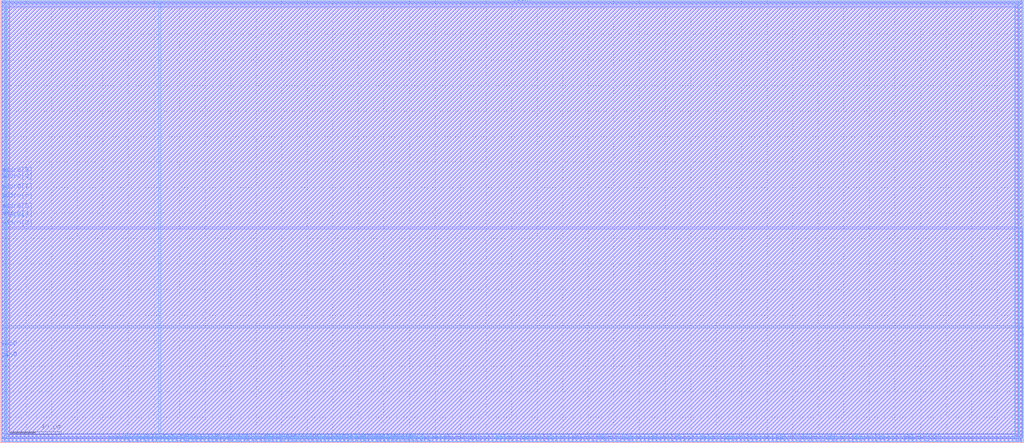
<source format=lef>
VERSION 5.4 ;
NAMESCASESENSITIVE ON ;
BUSBITCHARS "[]" ;
DIVIDERCHAR "/" ;
UNITS
  DATABASE MICRONS 2000 ;
END UNITS
MACRO sram_1rw0r0w_32_1024_sky130
   CLASS BLOCK ;
   SIZE 800.74 BY 347.18 ;
   SYMMETRY X Y R90 ;
   PIN din0[0]
      DIRECTION INPUT ;
      PORT
         LAYER met4 ;
         RECT  124.44 0.0 124.82 0.38 ;
      END
   END din0[0]
   PIN din0[1]
      DIRECTION INPUT ;
      PORT
         LAYER met4 ;
         RECT  131.24 0.0 131.62 0.38 ;
      END
   END din0[1]
   PIN din0[2]
      DIRECTION INPUT ;
      PORT
         LAYER met4 ;
         RECT  136.0 0.0 136.38 0.38 ;
      END
   END din0[2]
   PIN din0[3]
      DIRECTION INPUT ;
      PORT
         LAYER met4 ;
         RECT  142.12 0.0 142.5 0.38 ;
      END
   END din0[3]
   PIN din0[4]
      DIRECTION INPUT ;
      PORT
         LAYER met4 ;
         RECT  148.92 0.0 149.3 0.38 ;
      END
   END din0[4]
   PIN din0[5]
      DIRECTION INPUT ;
      PORT
         LAYER met4 ;
         RECT  153.68 0.0 154.06 0.38 ;
      END
   END din0[5]
   PIN din0[6]
      DIRECTION INPUT ;
      PORT
         LAYER met4 ;
         RECT  160.48 0.0 160.86 0.38 ;
      END
   END din0[6]
   PIN din0[7]
      DIRECTION INPUT ;
      PORT
         LAYER met4 ;
         RECT  165.24 0.0 165.62 0.38 ;
      END
   END din0[7]
   PIN din0[8]
      DIRECTION INPUT ;
      PORT
         LAYER met4 ;
         RECT  172.04 0.0 172.42 0.38 ;
      END
   END din0[8]
   PIN din0[9]
      DIRECTION INPUT ;
      PORT
         LAYER met4 ;
         RECT  178.16 0.0 178.54 0.38 ;
      END
   END din0[9]
   PIN din0[10]
      DIRECTION INPUT ;
      PORT
         LAYER met4 ;
         RECT  183.6 0.0 183.98 0.38 ;
      END
   END din0[10]
   PIN din0[11]
      DIRECTION INPUT ;
      PORT
         LAYER met4 ;
         RECT  189.72 0.0 190.1 0.38 ;
      END
   END din0[11]
   PIN din0[12]
      DIRECTION INPUT ;
      PORT
         LAYER met4 ;
         RECT  195.16 0.0 195.54 0.38 ;
      END
   END din0[12]
   PIN din0[13]
      DIRECTION INPUT ;
      PORT
         LAYER met4 ;
         RECT  201.28 0.0 201.66 0.38 ;
      END
   END din0[13]
   PIN din0[14]
      DIRECTION INPUT ;
      PORT
         LAYER met4 ;
         RECT  206.04 0.0 206.42 0.38 ;
      END
   END din0[14]
   PIN din0[15]
      DIRECTION INPUT ;
      PORT
         LAYER met4 ;
         RECT  212.84 0.0 213.22 0.38 ;
      END
   END din0[15]
   PIN din0[16]
      DIRECTION INPUT ;
      PORT
         LAYER met4 ;
         RECT  218.96 0.0 219.34 0.38 ;
      END
   END din0[16]
   PIN din0[17]
      DIRECTION INPUT ;
      PORT
         LAYER met4 ;
         RECT  224.4 0.0 224.78 0.38 ;
      END
   END din0[17]
   PIN din0[18]
      DIRECTION INPUT ;
      PORT
         LAYER met4 ;
         RECT  230.52 0.0 230.9 0.38 ;
      END
   END din0[18]
   PIN din0[19]
      DIRECTION INPUT ;
      PORT
         LAYER met4 ;
         RECT  235.96 0.0 236.34 0.38 ;
      END
   END din0[19]
   PIN din0[20]
      DIRECTION INPUT ;
      PORT
         LAYER met4 ;
         RECT  242.08 0.0 242.46 0.38 ;
      END
   END din0[20]
   PIN din0[21]
      DIRECTION INPUT ;
      PORT
         LAYER met4 ;
         RECT  248.2 0.0 248.58 0.38 ;
      END
   END din0[21]
   PIN din0[22]
      DIRECTION INPUT ;
      PORT
         LAYER met4 ;
         RECT  253.64 0.0 254.02 0.38 ;
      END
   END din0[22]
   PIN din0[23]
      DIRECTION INPUT ;
      PORT
         LAYER met4 ;
         RECT  259.76 0.0 260.14 0.38 ;
      END
   END din0[23]
   PIN din0[24]
      DIRECTION INPUT ;
      PORT
         LAYER met4 ;
         RECT  264.52 0.0 264.9 0.38 ;
      END
   END din0[24]
   PIN din0[25]
      DIRECTION INPUT ;
      PORT
         LAYER met4 ;
         RECT  271.32 0.0 271.7 0.38 ;
      END
   END din0[25]
   PIN din0[26]
      DIRECTION INPUT ;
      PORT
         LAYER met4 ;
         RECT  276.08 0.0 276.46 0.38 ;
      END
   END din0[26]
   PIN din0[27]
      DIRECTION INPUT ;
      PORT
         LAYER met4 ;
         RECT  282.2 0.0 282.58 0.38 ;
      END
   END din0[27]
   PIN din0[28]
      DIRECTION INPUT ;
      PORT
         LAYER met4 ;
         RECT  288.32 0.0 288.7 0.38 ;
      END
   END din0[28]
   PIN din0[29]
      DIRECTION INPUT ;
      PORT
         LAYER met4 ;
         RECT  293.76 0.0 294.14 0.38 ;
      END
   END din0[29]
   PIN din0[30]
      DIRECTION INPUT ;
      PORT
         LAYER met4 ;
         RECT  300.56 0.0 300.94 0.38 ;
      END
   END din0[30]
   PIN din0[31]
      DIRECTION INPUT ;
      PORT
         LAYER met4 ;
         RECT  305.32 0.0 305.7 0.38 ;
      END
   END din0[31]
   PIN din0[32]
      DIRECTION INPUT ;
      PORT
         LAYER met4 ;
         RECT  312.12 0.0 312.5 0.38 ;
      END
   END din0[32]
   PIN addr0[0]
      DIRECTION INPUT ;
      PORT
         LAYER met4 ;
         RECT  83.64 0.0 84.02 0.38 ;
      END
   END addr0[0]
   PIN addr0[1]
      DIRECTION INPUT ;
      PORT
         LAYER met4 ;
         RECT  89.76 0.0 90.14 0.38 ;
      END
   END addr0[1]
   PIN addr0[2]
      DIRECTION INPUT ;
      PORT
         LAYER met4 ;
         RECT  95.2 0.0 95.58 0.38 ;
      END
   END addr0[2]
   PIN addr0[3]
      DIRECTION INPUT ;
      PORT
         LAYER met3 ;
         RECT  0.0 167.96 0.38 168.34 ;
      END
   END addr0[3]
   PIN addr0[4]
      DIRECTION INPUT ;
      PORT
         LAYER met3 ;
         RECT  0.0 175.44 0.38 175.82 ;
      END
   END addr0[4]
   PIN addr0[5]
      DIRECTION INPUT ;
      PORT
         LAYER met3 ;
         RECT  0.0 181.56 0.38 181.94 ;
      END
   END addr0[5]
   PIN addr0[6]
      DIRECTION INPUT ;
      PORT
         LAYER met3 ;
         RECT  0.0 189.72 0.38 190.1 ;
      END
   END addr0[6]
   PIN addr0[7]
      DIRECTION INPUT ;
      PORT
         LAYER met3 ;
         RECT  0.0 196.52 0.38 196.9 ;
      END
   END addr0[7]
   PIN addr0[8]
      DIRECTION INPUT ;
      PORT
         LAYER met3 ;
         RECT  0.0 204.68 0.38 205.06 ;
      END
   END addr0[8]
   PIN addr0[9]
      DIRECTION INPUT ;
      PORT
         LAYER met3 ;
         RECT  0.0 209.44 0.38 209.82 ;
      END
   END addr0[9]
   PIN csb0
      DIRECTION INPUT ;
      PORT
         LAYER met3 ;
         RECT  0.0 64.6 0.38 64.98 ;
      END
   END csb0
   PIN web0
      DIRECTION INPUT ;
      PORT
         LAYER met3 ;
         RECT  0.0 73.44 0.38 73.82 ;
      END
   END web0
   PIN clk0
      DIRECTION INPUT ;
      PORT
         LAYER met3 ;
         RECT  0.0 65.28 0.38 65.66 ;
      END
   END clk0
   PIN wmask0[0]
      DIRECTION INPUT ;
      PORT
         LAYER met4 ;
         RECT  101.32 0.0 101.7 0.38 ;
      END
   END wmask0[0]
   PIN wmask0[1]
      DIRECTION INPUT ;
      PORT
         LAYER met4 ;
         RECT  107.44 0.0 107.82 0.38 ;
      END
   END wmask0[1]
   PIN wmask0[2]
      DIRECTION INPUT ;
      PORT
         LAYER met4 ;
         RECT  113.56 0.0 113.94 0.38 ;
      END
   END wmask0[2]
   PIN wmask0[3]
      DIRECTION INPUT ;
      PORT
         LAYER met4 ;
         RECT  119.68 0.0 120.06 0.38 ;
      END
   END wmask0[3]
   PIN spare_wen0
      DIRECTION INPUT ;
      PORT
         LAYER met4 ;
         RECT  317.56 0.0 317.94 0.38 ;
      END
   END spare_wen0
   PIN dout0[0]
      DIRECTION OUTPUT ;
      PORT
         LAYER met4 ;
         RECT  145.52 0.0 145.9 0.38 ;
      END
   END dout0[0]
   PIN dout0[1]
      DIRECTION OUTPUT ;
      PORT
         LAYER met4 ;
         RECT  167.28 0.0 167.66 0.38 ;
      END
   END dout0[1]
   PIN dout0[2]
      DIRECTION OUTPUT ;
      PORT
         LAYER met4 ;
         RECT  187.0 0.0 187.38 0.38 ;
      END
   END dout0[2]
   PIN dout0[3]
      DIRECTION OUTPUT ;
      PORT
         LAYER met4 ;
         RECT  207.4 0.0 207.78 0.38 ;
      END
   END dout0[3]
   PIN dout0[4]
      DIRECTION OUTPUT ;
      PORT
         LAYER met4 ;
         RECT  227.12 0.0 227.5 0.38 ;
      END
   END dout0[4]
   PIN dout0[5]
      DIRECTION OUTPUT ;
      PORT
         LAYER met4 ;
         RECT  247.52 0.0 247.9 0.38 ;
      END
   END dout0[5]
   PIN dout0[6]
      DIRECTION OUTPUT ;
      PORT
         LAYER met4 ;
         RECT  267.24 0.0 267.62 0.38 ;
      END
   END dout0[6]
   PIN dout0[7]
      DIRECTION OUTPUT ;
      PORT
         LAYER met4 ;
         RECT  286.28 0.0 286.66 0.38 ;
      END
   END dout0[7]
   PIN dout0[8]
      DIRECTION OUTPUT ;
      PORT
         LAYER met4 ;
         RECT  306.0 0.0 306.38 0.38 ;
      END
   END dout0[8]
   PIN dout0[9]
      DIRECTION OUTPUT ;
      PORT
         LAYER met4 ;
         RECT  327.08 0.0 327.46 0.38 ;
      END
   END dout0[9]
   PIN dout0[10]
      DIRECTION OUTPUT ;
      PORT
         LAYER met4 ;
         RECT  346.8 0.0 347.18 0.38 ;
      END
   END dout0[10]
   PIN dout0[11]
      DIRECTION OUTPUT ;
      PORT
         LAYER met4 ;
         RECT  367.2 0.0 367.58 0.38 ;
      END
   END dout0[11]
   PIN dout0[12]
      DIRECTION OUTPUT ;
      PORT
         LAYER met4 ;
         RECT  386.92 0.0 387.3 0.38 ;
      END
   END dout0[12]
   PIN dout0[13]
      DIRECTION OUTPUT ;
      PORT
         LAYER met4 ;
         RECT  407.32 0.0 407.7 0.38 ;
      END
   END dout0[13]
   PIN dout0[14]
      DIRECTION OUTPUT ;
      PORT
         LAYER met4 ;
         RECT  427.04 0.0 427.42 0.38 ;
      END
   END dout0[14]
   PIN dout0[15]
      DIRECTION OUTPUT ;
      PORT
         LAYER met4 ;
         RECT  446.76 0.0 447.14 0.38 ;
      END
   END dout0[15]
   PIN dout0[16]
      DIRECTION OUTPUT ;
      PORT
         LAYER met4 ;
         RECT  465.8 0.0 466.18 0.38 ;
      END
   END dout0[16]
   PIN dout0[17]
      DIRECTION OUTPUT ;
      PORT
         LAYER met4 ;
         RECT  486.88 0.0 487.26 0.38 ;
      END
   END dout0[17]
   PIN dout0[18]
      DIRECTION OUTPUT ;
      PORT
         LAYER met4 ;
         RECT  507.28 0.0 507.66 0.38 ;
      END
   END dout0[18]
   PIN dout0[19]
      DIRECTION OUTPUT ;
      PORT
         LAYER met4 ;
         RECT  527.0 0.0 527.38 0.38 ;
      END
   END dout0[19]
   PIN dout0[20]
      DIRECTION OUTPUT ;
      PORT
         LAYER met4 ;
         RECT  546.72 0.0 547.1 0.38 ;
      END
   END dout0[20]
   PIN dout0[21]
      DIRECTION OUTPUT ;
      PORT
         LAYER met4 ;
         RECT  567.12 0.0 567.5 0.38 ;
      END
   END dout0[21]
   PIN dout0[22]
      DIRECTION OUTPUT ;
      PORT
         LAYER met4 ;
         RECT  586.84 0.0 587.22 0.38 ;
      END
   END dout0[22]
   PIN dout0[23]
      DIRECTION OUTPUT ;
      PORT
         LAYER met4 ;
         RECT  607.24 0.0 607.62 0.38 ;
      END
   END dout0[23]
   PIN dout0[24]
      DIRECTION OUTPUT ;
      PORT
         LAYER met4 ;
         RECT  625.6 0.0 625.98 0.38 ;
      END
   END dout0[24]
   PIN dout0[25]
      DIRECTION OUTPUT ;
      PORT
         LAYER met4 ;
         RECT  646.68 0.0 647.06 0.38 ;
      END
   END dout0[25]
   PIN dout0[26]
      DIRECTION OUTPUT ;
      PORT
         LAYER met4 ;
         RECT  667.08 0.0 667.46 0.38 ;
      END
   END dout0[26]
   PIN dout0[27]
      DIRECTION OUTPUT ;
      PORT
         LAYER met4 ;
         RECT  686.8 0.0 687.18 0.38 ;
      END
   END dout0[27]
   PIN dout0[28]
      DIRECTION OUTPUT ;
      PORT
         LAYER met4 ;
         RECT  707.2 0.0 707.58 0.38 ;
      END
   END dout0[28]
   PIN dout0[29]
      DIRECTION OUTPUT ;
      PORT
         LAYER met3 ;
         RECT  800.36 90.44 800.74 90.82 ;
      END
   END dout0[29]
   PIN dout0[30]
      DIRECTION OUTPUT ;
      PORT
         LAYER met3 ;
         RECT  800.36 84.32 800.74 84.7 ;
      END
   END dout0[30]
   PIN dout0[31]
      DIRECTION OUTPUT ;
      PORT
         LAYER met3 ;
         RECT  800.36 89.76 800.74 90.14 ;
      END
   END dout0[31]
   PIN dout0[32]
      DIRECTION OUTPUT ;
      PORT
         LAYER met3 ;
         RECT  800.36 85.0 800.74 85.38 ;
      END
   END dout0[32]
   PIN vccd1
      DIRECTION INOUT ;
      USE POWER ; 
      SHAPE ABUTMENT ; 
      PORT
         LAYER met4 ;
         RECT  1.36 1.36 3.1 347.18 ;
         LAYER met3 ;
         RECT  1.36 1.36 799.38 3.1 ;
         LAYER met4 ;
         RECT  797.64 1.36 799.38 347.18 ;
         LAYER met3 ;
         RECT  1.36 345.44 799.38 347.18 ;
      END
   END vccd1
   PIN vssd1
      DIRECTION INOUT ;
      USE GROUND ; 
      SHAPE ABUTMENT ; 
      PORT
         LAYER met3 ;
         RECT  4.76 4.76 795.98 6.5 ;
         LAYER met4 ;
         RECT  794.24 4.76 795.98 343.78 ;
         LAYER met3 ;
         RECT  4.76 342.04 795.98 343.78 ;
         LAYER met4 ;
         RECT  4.76 4.76 6.5 343.78 ;
      END
   END vssd1
   OBS
   LAYER  met1 ;
      RECT  0.62 0.62 800.12 346.56 ;
   LAYER  met2 ;
      RECT  0.62 0.62 800.12 346.56 ;
   LAYER  met3 ;
      RECT  0.98 167.36 800.12 168.94 ;
      RECT  0.62 168.94 0.98 174.84 ;
      RECT  0.62 176.42 0.98 180.96 ;
      RECT  0.62 182.54 0.98 189.12 ;
      RECT  0.62 190.7 0.98 195.92 ;
      RECT  0.62 197.5 0.98 204.08 ;
      RECT  0.62 205.66 0.98 208.84 ;
      RECT  0.62 74.42 0.98 167.36 ;
      RECT  0.62 66.26 0.98 72.84 ;
      RECT  0.98 89.84 799.76 91.42 ;
      RECT  0.98 91.42 799.76 167.36 ;
      RECT  799.76 91.42 800.12 167.36 ;
      RECT  799.76 85.98 800.12 89.16 ;
      RECT  0.62 0.62 0.76 0.76 ;
      RECT  0.62 0.76 0.76 3.7 ;
      RECT  0.62 3.7 0.76 64.0 ;
      RECT  0.76 0.62 0.98 0.76 ;
      RECT  0.76 3.7 0.98 64.0 ;
      RECT  0.98 0.62 799.76 0.76 ;
      RECT  799.76 0.62 799.98 0.76 ;
      RECT  799.76 3.7 799.98 83.72 ;
      RECT  799.98 0.62 800.12 0.76 ;
      RECT  799.98 0.76 800.12 3.7 ;
      RECT  799.98 3.7 800.12 83.72 ;
      RECT  799.98 168.94 800.12 344.84 ;
      RECT  799.98 344.84 800.12 346.56 ;
      RECT  0.62 210.42 0.76 344.84 ;
      RECT  0.62 344.84 0.76 346.56 ;
      RECT  0.76 210.42 0.98 344.84 ;
      RECT  0.98 3.7 4.16 4.16 ;
      RECT  0.98 4.16 4.16 7.1 ;
      RECT  0.98 7.1 4.16 89.84 ;
      RECT  4.16 3.7 796.58 4.16 ;
      RECT  4.16 7.1 796.58 89.84 ;
      RECT  796.58 3.7 799.76 4.16 ;
      RECT  796.58 4.16 799.76 7.1 ;
      RECT  796.58 7.1 799.76 89.84 ;
      RECT  0.98 168.94 4.16 341.44 ;
      RECT  0.98 341.44 4.16 344.38 ;
      RECT  0.98 344.38 4.16 344.84 ;
      RECT  4.16 168.94 796.58 341.44 ;
      RECT  4.16 344.38 796.58 344.84 ;
      RECT  796.58 168.94 799.98 341.44 ;
      RECT  796.58 341.44 799.98 344.38 ;
      RECT  796.58 344.38 799.98 344.84 ;
   LAYER  met4 ;
      RECT  123.84 0.98 125.42 346.56 ;
      RECT  125.42 0.62 130.64 0.98 ;
      RECT  132.22 0.62 135.4 0.98 ;
      RECT  136.98 0.62 141.52 0.98 ;
      RECT  149.9 0.62 153.08 0.98 ;
      RECT  154.66 0.62 159.88 0.98 ;
      RECT  161.46 0.62 164.64 0.98 ;
      RECT  173.02 0.62 177.56 0.98 ;
      RECT  179.14 0.62 183.0 0.98 ;
      RECT  190.7 0.62 194.56 0.98 ;
      RECT  196.14 0.62 200.68 0.98 ;
      RECT  202.26 0.62 205.44 0.98 ;
      RECT  213.82 0.62 218.36 0.98 ;
      RECT  219.94 0.62 223.8 0.98 ;
      RECT  231.5 0.62 235.36 0.98 ;
      RECT  236.94 0.62 241.48 0.98 ;
      RECT  249.18 0.62 253.04 0.98 ;
      RECT  254.62 0.62 259.16 0.98 ;
      RECT  260.74 0.62 263.92 0.98 ;
      RECT  272.3 0.62 275.48 0.98 ;
      RECT  277.06 0.62 281.6 0.98 ;
      RECT  289.3 0.62 293.16 0.98 ;
      RECT  294.74 0.62 299.96 0.98 ;
      RECT  301.54 0.62 304.72 0.98 ;
      RECT  84.62 0.62 89.16 0.98 ;
      RECT  90.74 0.62 94.6 0.98 ;
      RECT  96.18 0.62 100.72 0.98 ;
      RECT  102.3 0.62 106.84 0.98 ;
      RECT  108.42 0.62 112.96 0.98 ;
      RECT  114.54 0.62 119.08 0.98 ;
      RECT  120.66 0.62 123.84 0.98 ;
      RECT  313.1 0.62 316.96 0.98 ;
      RECT  143.1 0.62 144.92 0.98 ;
      RECT  146.5 0.62 148.32 0.98 ;
      RECT  166.22 0.62 166.68 0.98 ;
      RECT  168.26 0.62 171.44 0.98 ;
      RECT  184.58 0.62 186.4 0.98 ;
      RECT  187.98 0.62 189.12 0.98 ;
      RECT  208.38 0.62 212.24 0.98 ;
      RECT  225.38 0.62 226.52 0.98 ;
      RECT  228.1 0.62 229.92 0.98 ;
      RECT  243.06 0.62 246.92 0.98 ;
      RECT  265.5 0.62 266.64 0.98 ;
      RECT  268.22 0.62 270.72 0.98 ;
      RECT  283.18 0.62 285.68 0.98 ;
      RECT  287.26 0.62 287.72 0.98 ;
      RECT  306.98 0.62 311.52 0.98 ;
      RECT  318.54 0.62 326.48 0.98 ;
      RECT  328.06 0.62 346.2 0.98 ;
      RECT  347.78 0.62 366.6 0.98 ;
      RECT  368.18 0.62 386.32 0.98 ;
      RECT  387.9 0.62 406.72 0.98 ;
      RECT  408.3 0.62 426.44 0.98 ;
      RECT  428.02 0.62 446.16 0.98 ;
      RECT  447.74 0.62 465.2 0.98 ;
      RECT  466.78 0.62 486.28 0.98 ;
      RECT  487.86 0.62 506.68 0.98 ;
      RECT  508.26 0.62 526.4 0.98 ;
      RECT  527.98 0.62 546.12 0.98 ;
      RECT  547.7 0.62 566.52 0.98 ;
      RECT  568.1 0.62 586.24 0.98 ;
      RECT  587.82 0.62 606.64 0.98 ;
      RECT  608.22 0.62 625.0 0.98 ;
      RECT  626.58 0.62 646.08 0.98 ;
      RECT  647.66 0.62 666.48 0.98 ;
      RECT  668.06 0.62 686.2 0.98 ;
      RECT  687.78 0.62 706.6 0.98 ;
      RECT  0.62 0.98 0.76 346.56 ;
      RECT  0.62 0.62 0.76 0.76 ;
      RECT  0.62 0.76 0.76 0.98 ;
      RECT  0.76 0.62 3.7 0.76 ;
      RECT  3.7 0.62 83.04 0.76 ;
      RECT  3.7 0.76 83.04 0.98 ;
      RECT  799.98 0.98 800.12 346.56 ;
      RECT  708.18 0.62 797.04 0.76 ;
      RECT  708.18 0.76 797.04 0.98 ;
      RECT  797.04 0.62 799.98 0.76 ;
      RECT  799.98 0.62 800.12 0.76 ;
      RECT  799.98 0.76 800.12 0.98 ;
      RECT  125.42 0.98 793.64 4.16 ;
      RECT  125.42 4.16 793.64 344.38 ;
      RECT  125.42 344.38 793.64 346.56 ;
      RECT  793.64 0.98 796.58 4.16 ;
      RECT  793.64 344.38 796.58 346.56 ;
      RECT  796.58 0.98 797.04 4.16 ;
      RECT  796.58 4.16 797.04 344.38 ;
      RECT  796.58 344.38 797.04 346.56 ;
      RECT  3.7 0.98 4.16 4.16 ;
      RECT  3.7 4.16 4.16 344.38 ;
      RECT  3.7 344.38 4.16 346.56 ;
      RECT  4.16 0.98 7.1 4.16 ;
      RECT  4.16 344.38 7.1 346.56 ;
      RECT  7.1 0.98 123.84 4.16 ;
      RECT  7.1 4.16 123.84 344.38 ;
      RECT  7.1 344.38 123.84 346.56 ;
   END
END    sram_1rw0r0w_32_1024_sky130
END    LIBRARY

</source>
